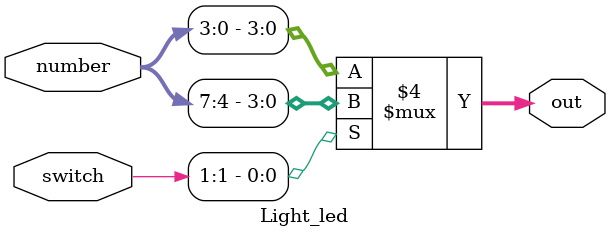
<source format=v>
module Light_led(switch, number, out);
	input [1:0] switch;
	input [7:0] number;
	output reg [3:0] out;
	
	always @(number)
		if (switch[1] == 1'b0) // low
			out = number[3:0];
		else // high
			out = number[7:4];

endmodule

</source>
